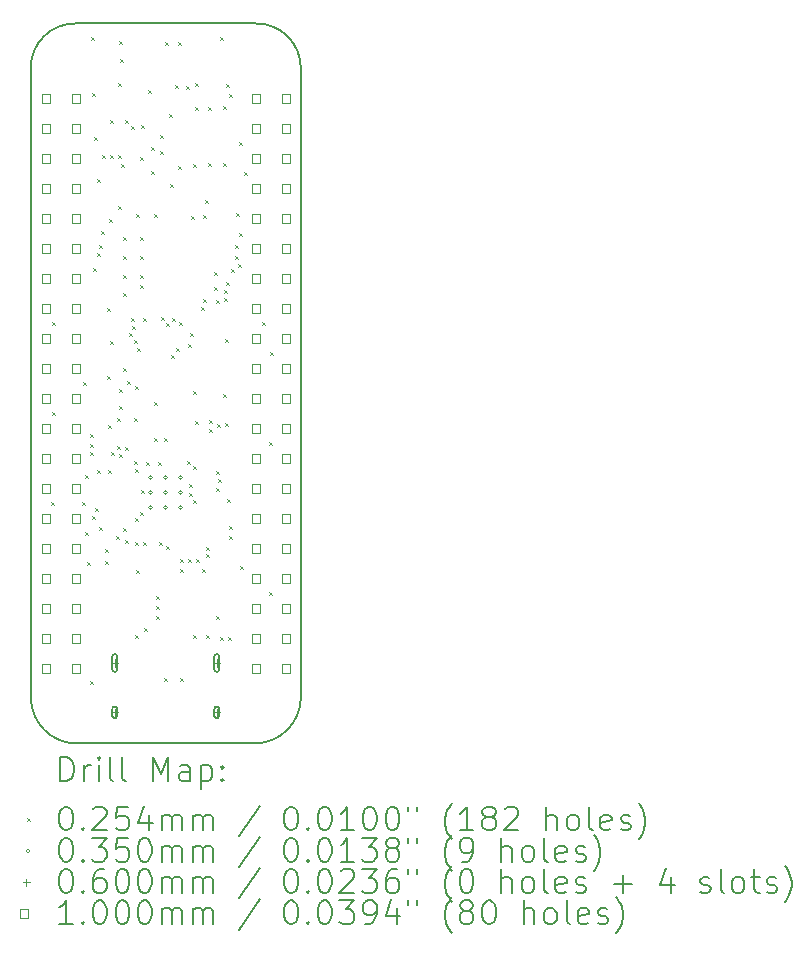
<source format=gbr>
%FSLAX45Y45*%
G04 Gerber Fmt 4.5, Leading zero omitted, Abs format (unit mm)*
G04 Created by KiCad (PCBNEW (6.0.5)) date 2022-10-28 12:11:36*
%MOMM*%
%LPD*%
G01*
G04 APERTURE LIST*
%TA.AperFunction,Profile*%
%ADD10C,0.127000*%
%TD*%
%ADD11C,0.200000*%
%ADD12C,0.025400*%
%ADD13C,0.035000*%
%ADD14C,0.060000*%
%ADD15C,0.100000*%
G04 APERTURE END LIST*
D10*
X8001000Y-13462000D02*
X6477000Y-13462000D01*
X8382000Y-7747000D02*
X8382000Y-13081000D01*
X6477000Y-7366000D02*
X8001000Y-7366000D01*
X6096000Y-13081000D02*
X6096000Y-7747000D01*
X6096000Y-13081000D02*
G75*
G03*
X6477000Y-13462000I391950J10950D01*
G01*
X6477000Y-7366000D02*
G75*
G03*
X6096000Y-7747000I-5570J-375430D01*
G01*
X8382000Y-7747000D02*
G75*
G03*
X8001000Y-7366000I-375430J5570D01*
G01*
X8001000Y-13462000D02*
G75*
G03*
X8382000Y-13081000I-10950J391950D01*
G01*
D11*
D12*
X6270829Y-11419184D02*
X6296229Y-11444584D01*
X6296229Y-11419184D02*
X6270829Y-11444584D01*
X6272099Y-9893914D02*
X6297499Y-9919314D01*
X6297499Y-9893914D02*
X6272099Y-9919314D01*
X6272292Y-10656107D02*
X6297692Y-10681507D01*
X6297692Y-10656107D02*
X6272292Y-10681507D01*
X6531372Y-11418107D02*
X6556772Y-11443507D01*
X6556772Y-11418107D02*
X6531372Y-11443507D01*
X6536452Y-10402107D02*
X6561852Y-10427507D01*
X6561852Y-10402107D02*
X6536452Y-10427507D01*
X6554232Y-11672107D02*
X6579632Y-11697507D01*
X6579632Y-11672107D02*
X6554232Y-11697507D01*
X6556822Y-11186967D02*
X6582222Y-11212367D01*
X6582222Y-11186967D02*
X6556822Y-11212367D01*
X6569472Y-11923567D02*
X6594872Y-11948967D01*
X6594872Y-11923567D02*
X6569472Y-11948967D01*
X6593840Y-12933680D02*
X6619240Y-12959080D01*
X6619240Y-12933680D02*
X6593840Y-12959080D01*
X6597462Y-10922807D02*
X6622862Y-10948207D01*
X6622862Y-10922807D02*
X6597462Y-10948207D01*
X6597462Y-10991387D02*
X6622862Y-11016787D01*
X6622862Y-10991387D02*
X6597462Y-11016787D01*
X6598920Y-10840720D02*
X6624320Y-10866120D01*
X6624320Y-10840720D02*
X6598920Y-10866120D01*
X6605032Y-7481107D02*
X6630432Y-7506507D01*
X6630432Y-7481107D02*
X6605032Y-7506507D01*
X6617732Y-7953547D02*
X6643132Y-7978947D01*
X6643132Y-7953547D02*
X6617732Y-7978947D01*
X6617732Y-11537487D02*
X6643132Y-11562887D01*
X6643132Y-11537487D02*
X6617732Y-11562887D01*
X6620272Y-9434367D02*
X6645672Y-9459767D01*
X6645672Y-9434367D02*
X6620272Y-9459767D01*
X6627892Y-8329467D02*
X6653292Y-8354867D01*
X6653292Y-8329467D02*
X6627892Y-8354867D01*
X6637783Y-11471179D02*
X6663183Y-11496579D01*
X6663183Y-11471179D02*
X6637783Y-11496579D01*
X6654800Y-11148060D02*
X6680200Y-11173460D01*
X6680200Y-11148060D02*
X6654800Y-11173460D01*
X6655832Y-9312447D02*
X6681232Y-9337847D01*
X6681232Y-9312447D02*
X6655832Y-9337847D01*
X6658372Y-8682527D02*
X6683772Y-8707927D01*
X6683772Y-8682527D02*
X6658372Y-8707927D01*
X6673612Y-9238787D02*
X6699012Y-9264187D01*
X6699012Y-9238787D02*
X6673612Y-9264187D01*
X6673612Y-11626387D02*
X6699012Y-11651787D01*
X6699012Y-11626387D02*
X6673612Y-11651787D01*
X6689395Y-9125031D02*
X6714795Y-9150431D01*
X6714795Y-9125031D02*
X6689395Y-9150431D01*
X6695440Y-8483600D02*
X6720840Y-8509000D01*
X6720840Y-8483600D02*
X6695440Y-8509000D01*
X6720840Y-11818620D02*
X6746240Y-11844020D01*
X6746240Y-11818620D02*
X6720840Y-11844020D01*
X6720840Y-11915140D02*
X6746240Y-11940540D01*
X6746240Y-11915140D02*
X6720840Y-11940540D01*
X6742191Y-10351308D02*
X6767591Y-10376708D01*
X6767591Y-10351308D02*
X6742191Y-10376708D01*
X6744732Y-9777267D02*
X6770132Y-9802667D01*
X6770132Y-9777267D02*
X6744732Y-9802667D01*
X6749762Y-10762787D02*
X6775162Y-10788187D01*
X6775162Y-10762787D02*
X6749762Y-10788187D01*
X6751320Y-11145520D02*
X6776720Y-11170920D01*
X6776720Y-11145520D02*
X6751320Y-11170920D01*
X6761480Y-9019540D02*
X6786880Y-9044940D01*
X6786880Y-9019540D02*
X6761480Y-9044940D01*
X6764020Y-8483600D02*
X6789420Y-8509000D01*
X6789420Y-8483600D02*
X6764020Y-8509000D01*
X6767592Y-10051587D02*
X6792992Y-10076987D01*
X6792992Y-10051587D02*
X6767592Y-10076987D01*
X6770132Y-8182147D02*
X6795532Y-8207547D01*
X6795532Y-8182147D02*
X6770132Y-8207547D01*
X6777606Y-10997553D02*
X6803006Y-11022953D01*
X6803006Y-10997553D02*
X6777606Y-11022953D01*
X6817360Y-11701780D02*
X6842760Y-11727180D01*
X6842760Y-11701780D02*
X6817360Y-11727180D01*
X6826012Y-10706907D02*
X6851412Y-10732307D01*
X6851412Y-10706907D02*
X6826012Y-10732307D01*
X6826808Y-10944119D02*
X6852208Y-10969519D01*
X6852208Y-10944119D02*
X6826808Y-10969519D01*
X6832600Y-8483600D02*
X6858000Y-8509000D01*
X6858000Y-8483600D02*
X6832600Y-8509000D01*
X6832600Y-8907780D02*
X6858000Y-8933180D01*
X6858000Y-8907780D02*
X6832600Y-8933180D01*
X6833632Y-7872267D02*
X6859032Y-7897667D01*
X6859032Y-7872267D02*
X6833632Y-7897667D01*
X6843792Y-7514127D02*
X6869192Y-7539527D01*
X6869192Y-7514127D02*
X6843792Y-7539527D01*
X6843792Y-10460527D02*
X6869192Y-10485927D01*
X6869192Y-10460527D02*
X6843792Y-10485927D01*
X6843792Y-11011707D02*
X6869192Y-11037107D01*
X6869192Y-11011707D02*
X6843792Y-11037107D01*
X6845300Y-10601960D02*
X6870700Y-10627360D01*
X6870700Y-10601960D02*
X6845300Y-10627360D01*
X6853952Y-7663987D02*
X6879352Y-7689387D01*
X6879352Y-7663987D02*
X6853952Y-7689387D01*
X6859032Y-8557310D02*
X6884432Y-8582710D01*
X6884432Y-8557310D02*
X6859032Y-8582710D01*
X6879352Y-9175287D02*
X6904752Y-9200687D01*
X6904752Y-9175287D02*
X6879352Y-9200687D01*
X6879352Y-9333614D02*
X6904752Y-9359014D01*
X6904752Y-9333614D02*
X6879352Y-9359014D01*
X6879352Y-9491940D02*
X6904752Y-9517340D01*
X6904752Y-9491940D02*
X6879352Y-9517340D01*
X6879352Y-9650267D02*
X6904752Y-9675667D01*
X6904752Y-9650267D02*
X6879352Y-9675667D01*
X6879352Y-10280187D02*
X6904752Y-10305587D01*
X6904752Y-10280187D02*
X6879352Y-10305587D01*
X6880860Y-11635740D02*
X6906260Y-11661140D01*
X6906260Y-11635740D02*
X6880860Y-11661140D01*
X6894592Y-10953287D02*
X6919992Y-10978687D01*
X6919992Y-10953287D02*
X6894592Y-10978687D01*
X6896050Y-11742420D02*
X6921450Y-11767820D01*
X6921450Y-11742420D02*
X6896050Y-11767820D01*
X6897132Y-8182147D02*
X6922532Y-8207547D01*
X6922532Y-8182147D02*
X6897132Y-8207547D01*
X6907292Y-10394487D02*
X6932692Y-10419887D01*
X6932692Y-10394487D02*
X6907292Y-10419887D01*
X6924040Y-9989820D02*
X6949440Y-10015220D01*
X6949440Y-9989820D02*
X6924040Y-10015220D01*
X6944360Y-9857740D02*
X6969760Y-9883140D01*
X6969760Y-9857740D02*
X6944360Y-9883140D01*
X6945392Y-8235487D02*
X6970792Y-8260887D01*
X6970792Y-8235487D02*
X6945392Y-8260887D01*
X6951980Y-9926320D02*
X6977380Y-9951720D01*
X6977380Y-9926320D02*
X6951980Y-9951720D01*
X6972350Y-11067036D02*
X6997750Y-11092436D01*
X6997750Y-11067036D02*
X6972350Y-11092436D01*
X6973332Y-10043967D02*
X6998732Y-10069367D01*
X6998732Y-10043967D02*
X6973332Y-10069367D01*
X6973772Y-10708640D02*
X6999172Y-10734040D01*
X6999172Y-10708640D02*
X6973772Y-10734040D01*
X6974569Y-11140844D02*
X6999969Y-11166244D01*
X6999969Y-11140844D02*
X6974569Y-11166244D01*
X6974840Y-11551920D02*
X7000240Y-11577320D01*
X7000240Y-11551920D02*
X6974840Y-11577320D01*
X6974840Y-11757660D02*
X7000240Y-11783060D01*
X7000240Y-11757660D02*
X6974840Y-11783060D01*
X6975872Y-10435127D02*
X7001272Y-10460527D01*
X7001272Y-10435127D02*
X6975872Y-10460527D01*
X6982460Y-12547600D02*
X7007860Y-12573000D01*
X7007860Y-12547600D02*
X6982460Y-12573000D01*
X6983492Y-8982247D02*
X7008892Y-9007647D01*
X7008892Y-8982247D02*
X6983492Y-9007647D01*
X6985000Y-11993880D02*
X7010400Y-12019280D01*
X7010400Y-11993880D02*
X6985000Y-12019280D01*
X6998732Y-10110007D02*
X7024132Y-10135407D01*
X7024132Y-10110007D02*
X6998732Y-10135407D01*
X7023100Y-8498840D02*
X7048500Y-8524240D01*
X7048500Y-8498840D02*
X7023100Y-8524240D01*
X7023100Y-11503660D02*
X7048500Y-11529060D01*
X7048500Y-11503660D02*
X7023100Y-11529060D01*
X7024132Y-9175287D02*
X7049532Y-9200687D01*
X7049532Y-9175287D02*
X7024132Y-9200687D01*
X7024132Y-9333614D02*
X7049532Y-9359014D01*
X7049532Y-9333614D02*
X7024132Y-9359014D01*
X7024132Y-9491940D02*
X7049532Y-9517340D01*
X7049532Y-9491940D02*
X7024132Y-9517340D01*
X7024132Y-9579147D02*
X7049532Y-9604547D01*
X7049532Y-9579147D02*
X7024132Y-9604547D01*
X7025640Y-11313160D02*
X7051040Y-11338560D01*
X7051040Y-11313160D02*
X7025640Y-11338560D01*
X7026672Y-8227867D02*
X7052072Y-8253267D01*
X7052072Y-8227867D02*
X7026672Y-8253267D01*
X7043420Y-11755120D02*
X7068820Y-11780520D01*
X7068820Y-11755120D02*
X7043420Y-11780520D01*
X7045960Y-9862820D02*
X7071360Y-9888220D01*
X7071360Y-9862820D02*
X7045960Y-9888220D01*
X7051040Y-12481560D02*
X7076440Y-12506960D01*
X7076440Y-12481560D02*
X7051040Y-12506960D01*
X7069364Y-11080024D02*
X7094764Y-11105424D01*
X7094764Y-11080024D02*
X7069364Y-11105424D01*
X7092712Y-7933227D02*
X7118112Y-7958627D01*
X7118112Y-7933227D02*
X7092712Y-7958627D01*
X7113032Y-8413287D02*
X7138432Y-8438687D01*
X7138432Y-8413287D02*
X7113032Y-8438687D01*
X7115572Y-8619027D02*
X7140972Y-8644427D01*
X7140972Y-8619027D02*
X7115572Y-8644427D01*
X7137400Y-10873740D02*
X7162800Y-10899140D01*
X7162800Y-10873740D02*
X7137400Y-10899140D01*
X7140972Y-8979707D02*
X7166372Y-9005107D01*
X7166372Y-8979707D02*
X7140972Y-9005107D01*
X7142480Y-10571480D02*
X7167880Y-10596880D01*
X7167880Y-10571480D02*
X7142480Y-10596880D01*
X7157720Y-12217400D02*
X7183120Y-12242800D01*
X7183120Y-12217400D02*
X7157720Y-12242800D01*
X7157720Y-12299950D02*
X7183120Y-12325350D01*
X7183120Y-12299950D02*
X7157720Y-12325350D01*
X7157720Y-12382500D02*
X7183120Y-12407900D01*
X7183120Y-12382500D02*
X7157720Y-12407900D01*
X7175988Y-11082284D02*
X7201388Y-11107684D01*
X7201388Y-11082284D02*
X7175988Y-11107684D01*
X7179093Y-11758540D02*
X7204493Y-11783940D01*
X7204493Y-11758540D02*
X7179093Y-11783940D01*
X7189232Y-8309147D02*
X7214632Y-8334547D01*
X7214632Y-8309147D02*
X7189232Y-8334547D01*
X7189232Y-8443767D02*
X7214632Y-8469167D01*
X7214632Y-8443767D02*
X7189232Y-8469167D01*
X7194620Y-9853467D02*
X7220020Y-9878867D01*
X7220020Y-9853467D02*
X7194620Y-9878867D01*
X7223760Y-10873740D02*
X7249160Y-10899140D01*
X7249160Y-10873740D02*
X7223760Y-10899140D01*
X7226300Y-12910820D02*
X7251700Y-12936220D01*
X7251700Y-12910820D02*
X7226300Y-12936220D01*
X7234952Y-7524287D02*
X7260352Y-7549687D01*
X7260352Y-7524287D02*
X7234952Y-7549687D01*
X7240290Y-9904267D02*
X7265690Y-9929667D01*
X7265690Y-9904267D02*
X7240290Y-9929667D01*
X7244080Y-11793220D02*
X7269480Y-11818620D01*
X7269480Y-11793220D02*
X7244080Y-11818620D01*
X7262892Y-8131347D02*
X7288292Y-8156747D01*
X7288292Y-8131347D02*
X7262892Y-8156747D01*
X7272550Y-8725707D02*
X7297950Y-8751107D01*
X7297950Y-8725707D02*
X7272550Y-8751107D01*
X7282668Y-10170424D02*
X7308068Y-10195824D01*
X7308068Y-10170424D02*
X7282668Y-10195824D01*
X7290290Y-9856007D02*
X7315690Y-9881407D01*
X7315690Y-9856007D02*
X7290290Y-9881407D01*
X7316232Y-7887507D02*
X7341632Y-7912907D01*
X7341632Y-7887507D02*
X7316232Y-7912907D01*
X7323852Y-10117627D02*
X7349252Y-10143027D01*
X7349252Y-10117627D02*
X7323852Y-10143027D01*
X7339092Y-7521747D02*
X7364492Y-7547147D01*
X7364492Y-7521747D02*
X7339092Y-7547147D01*
X7339092Y-8573307D02*
X7364492Y-8598707D01*
X7364492Y-8573307D02*
X7339092Y-8598707D01*
X7350770Y-9891762D02*
X7376170Y-9917162D01*
X7376170Y-9891762D02*
X7350770Y-9917162D01*
X7355840Y-12910820D02*
X7381240Y-12936220D01*
X7381240Y-12910820D02*
X7355840Y-12936220D01*
X7360920Y-11902440D02*
X7386320Y-11927840D01*
X7386320Y-11902440D02*
X7360920Y-11927840D01*
X7360920Y-11988800D02*
X7386320Y-12014200D01*
X7386320Y-11988800D02*
X7360920Y-12014200D01*
X7407672Y-7892587D02*
X7433072Y-7917987D01*
X7433072Y-7892587D02*
X7407672Y-7917987D01*
X7420372Y-11067587D02*
X7445772Y-11092987D01*
X7445772Y-11067587D02*
X7420372Y-11092987D01*
X7429500Y-11899900D02*
X7454900Y-11925300D01*
X7454900Y-11899900D02*
X7429500Y-11925300D01*
X7430532Y-10079527D02*
X7455932Y-10104927D01*
X7455932Y-10079527D02*
X7430532Y-10104927D01*
X7435612Y-11339367D02*
X7461012Y-11364767D01*
X7461012Y-11339367D02*
X7435612Y-11364767D01*
X7438152Y-11263167D02*
X7463552Y-11288567D01*
X7463552Y-11263167D02*
X7438152Y-11288567D01*
X7448312Y-9985547D02*
X7473712Y-10010947D01*
X7473712Y-9985547D02*
X7448312Y-10010947D01*
X7455932Y-8994947D02*
X7481332Y-9020347D01*
X7481332Y-8994947D02*
X7455932Y-9020347D01*
X7466092Y-11402867D02*
X7491492Y-11428267D01*
X7491492Y-11402867D02*
X7466092Y-11428267D01*
X7467600Y-8557260D02*
X7493000Y-8582660D01*
X7493000Y-8557260D02*
X7467600Y-8582660D01*
X7470140Y-10480040D02*
X7495540Y-10505440D01*
X7495540Y-10480040D02*
X7470140Y-10505440D01*
X7470140Y-12547600D02*
X7495540Y-12573000D01*
X7495540Y-12547600D02*
X7470140Y-12573000D01*
X7471172Y-11115847D02*
X7496572Y-11141247D01*
X7496572Y-11115847D02*
X7471172Y-11141247D01*
X7483872Y-7869727D02*
X7509272Y-7895127D01*
X7509272Y-7869727D02*
X7483872Y-7895127D01*
X7483872Y-8070387D02*
X7509272Y-8095787D01*
X7509272Y-8070387D02*
X7483872Y-8095787D01*
X7487736Y-10729717D02*
X7513136Y-10755117D01*
X7513136Y-10729717D02*
X7487736Y-10755117D01*
X7495540Y-11897360D02*
X7520940Y-11922760D01*
X7520940Y-11897360D02*
X7495540Y-11922760D01*
X7537212Y-9764567D02*
X7562612Y-9789967D01*
X7562612Y-9764567D02*
X7537212Y-9789967D01*
X7543800Y-11988800D02*
X7569200Y-12014200D01*
X7569200Y-11988800D02*
X7543800Y-12014200D01*
X7552452Y-8989867D02*
X7577852Y-9015267D01*
X7577852Y-8989867D02*
X7552452Y-9015267D01*
X7552452Y-9695987D02*
X7577852Y-9721387D01*
X7577852Y-9695987D02*
X7552452Y-9721387D01*
X7570232Y-8862867D02*
X7595632Y-8888267D01*
X7595632Y-8862867D02*
X7570232Y-8888267D01*
X7579360Y-12547600D02*
X7604760Y-12573000D01*
X7604760Y-12547600D02*
X7579360Y-12573000D01*
X7581900Y-11798300D02*
X7607300Y-11823700D01*
X7607300Y-11798300D02*
X7581900Y-11823700D01*
X7581900Y-11861800D02*
X7607300Y-11887200D01*
X7607300Y-11861800D02*
X7581900Y-11887200D01*
X7593092Y-8070387D02*
X7618492Y-8095787D01*
X7618492Y-8070387D02*
X7593092Y-8095787D01*
X7594600Y-8548939D02*
X7620000Y-8574339D01*
X7620000Y-8548939D02*
X7594600Y-8574339D01*
X7604067Y-10798397D02*
X7629467Y-10823797D01*
X7629467Y-10798397D02*
X7604067Y-10823797D01*
X7608332Y-10727227D02*
X7633732Y-10752627D01*
X7633732Y-10727227D02*
X7608332Y-10752627D01*
X7648922Y-9470062D02*
X7674322Y-9495462D01*
X7674322Y-9470062D02*
X7648922Y-9495462D01*
X7651512Y-9594387D02*
X7676912Y-9619787D01*
X7676912Y-9594387D02*
X7651512Y-9619787D01*
X7660147Y-9708687D02*
X7685547Y-9734087D01*
X7685547Y-9708687D02*
X7660147Y-9734087D01*
X7664212Y-11301267D02*
X7689612Y-11326667D01*
X7689612Y-11301267D02*
X7664212Y-11326667D01*
X7665720Y-12379960D02*
X7691120Y-12405360D01*
X7691120Y-12379960D02*
X7665720Y-12405360D01*
X7666752Y-11159027D02*
X7692152Y-11184427D01*
X7692152Y-11159027D02*
X7666752Y-11184427D01*
X7669292Y-10755167D02*
X7694692Y-10780567D01*
X7694692Y-10755167D02*
X7669292Y-10780567D01*
X7683500Y-11226800D02*
X7708900Y-11252200D01*
X7708900Y-11226800D02*
X7683500Y-11252200D01*
X7694692Y-7478567D02*
X7720092Y-7503967D01*
X7720092Y-7478567D02*
X7694692Y-7503967D01*
X7698740Y-12557760D02*
X7724140Y-12583160D01*
X7724140Y-12557760D02*
X7698740Y-12583160D01*
X7721600Y-10502900D02*
X7747000Y-10528300D01*
X7747000Y-10502900D02*
X7721600Y-10528300D01*
X7722088Y-8543371D02*
X7747488Y-8568771D01*
X7747488Y-8543371D02*
X7722088Y-8568771D01*
X7725172Y-8065307D02*
X7750572Y-8090707D01*
X7750572Y-8065307D02*
X7725172Y-8090707D01*
X7735332Y-9624867D02*
X7760732Y-9650267D01*
X7760732Y-9624867D02*
X7735332Y-9650267D01*
X7735332Y-9693447D02*
X7760732Y-9718847D01*
X7760732Y-9693447D02*
X7735332Y-9718847D01*
X7737034Y-10036347D02*
X7762434Y-10061747D01*
X7762434Y-10036347D02*
X7737034Y-10061747D01*
X7737034Y-10752627D02*
X7762434Y-10778027D01*
X7762434Y-10752627D02*
X7737034Y-10778027D01*
X7748032Y-7877347D02*
X7773432Y-7902747D01*
X7773432Y-7877347D02*
X7748032Y-7902747D01*
X7750572Y-9553747D02*
X7775972Y-9579147D01*
X7775972Y-9553747D02*
X7750572Y-9579147D01*
X7754620Y-11394440D02*
X7780020Y-11419840D01*
X7780020Y-11394440D02*
X7754620Y-11419840D01*
X7769860Y-12557760D02*
X7795260Y-12583160D01*
X7795260Y-12557760D02*
X7769860Y-12583160D01*
X7772400Y-11620500D02*
X7797800Y-11645900D01*
X7797800Y-11620500D02*
X7772400Y-11645900D01*
X7772400Y-11709400D02*
X7797800Y-11734800D01*
X7797800Y-11709400D02*
X7772400Y-11734800D01*
X7778512Y-7963707D02*
X7803912Y-7989107D01*
X7803912Y-7963707D02*
X7778512Y-7989107D01*
X7788672Y-9444527D02*
X7814072Y-9469927D01*
X7814072Y-9444527D02*
X7788672Y-9469927D01*
X7826772Y-9241587D02*
X7852172Y-9266987D01*
X7852172Y-9241587D02*
X7826772Y-9266987D01*
X7826772Y-9338107D02*
X7852172Y-9363507D01*
X7852172Y-9338107D02*
X7826772Y-9363507D01*
X7831900Y-8969547D02*
X7857300Y-8994947D01*
X7857300Y-8969547D02*
X7831900Y-8994947D01*
X7846362Y-9402703D02*
X7871762Y-9428103D01*
X7871762Y-9402703D02*
X7846362Y-9428103D01*
X7857252Y-8370107D02*
X7882652Y-8395507D01*
X7882652Y-8370107D02*
X7857252Y-8395507D01*
X7859792Y-9136430D02*
X7885192Y-9161830D01*
X7885192Y-9136430D02*
X7859792Y-9161830D01*
X7871159Y-11960460D02*
X7896559Y-11985860D01*
X7896559Y-11960460D02*
X7871159Y-11985860D01*
X7905512Y-8621567D02*
X7930912Y-8646967D01*
X7930912Y-8621567D02*
X7905512Y-8646967D01*
X8052832Y-9894107D02*
X8078232Y-9919507D01*
X8078232Y-9894107D02*
X8052832Y-9919507D01*
X8113792Y-10910107D02*
X8139192Y-10935507D01*
X8139192Y-10910107D02*
X8113792Y-10935507D01*
X8113792Y-12180107D02*
X8139192Y-12205507D01*
X8139192Y-12180107D02*
X8113792Y-12205507D01*
X8118872Y-10150647D02*
X8144272Y-10176047D01*
X8144272Y-10150647D02*
X8118872Y-10176047D01*
D13*
X7126460Y-11211060D02*
G75*
G03*
X7126460Y-11211060I-17500J0D01*
G01*
X7126460Y-11338560D02*
G75*
G03*
X7126460Y-11338560I-17500J0D01*
G01*
X7126460Y-11466060D02*
G75*
G03*
X7126460Y-11466060I-17500J0D01*
G01*
X7253960Y-11211060D02*
G75*
G03*
X7253960Y-11211060I-17500J0D01*
G01*
X7253960Y-11338560D02*
G75*
G03*
X7253960Y-11338560I-17500J0D01*
G01*
X7253960Y-11466060D02*
G75*
G03*
X7253960Y-11466060I-17500J0D01*
G01*
X7381460Y-11211060D02*
G75*
G03*
X7381460Y-11211060I-17500J0D01*
G01*
X7381460Y-11338560D02*
G75*
G03*
X7381460Y-11338560I-17500J0D01*
G01*
X7381460Y-11466060D02*
G75*
G03*
X7381460Y-11466060I-17500J0D01*
G01*
D14*
X6807000Y-12750700D02*
X6807000Y-12810700D01*
X6777000Y-12780700D02*
X6837000Y-12780700D01*
D11*
X6787000Y-12725700D02*
X6787000Y-12835700D01*
X6827000Y-12725700D02*
X6827000Y-12835700D01*
X6787000Y-12835700D02*
G75*
G03*
X6827000Y-12835700I20000J0D01*
G01*
X6827000Y-12725700D02*
G75*
G03*
X6787000Y-12725700I-20000J0D01*
G01*
D14*
X6807000Y-13168700D02*
X6807000Y-13228700D01*
X6777000Y-13198700D02*
X6837000Y-13198700D01*
D11*
X6787000Y-13168700D02*
X6787000Y-13228700D01*
X6827000Y-13168700D02*
X6827000Y-13228700D01*
X6787000Y-13228700D02*
G75*
G03*
X6827000Y-13228700I20000J0D01*
G01*
X6827000Y-13168700D02*
G75*
G03*
X6787000Y-13168700I-20000J0D01*
G01*
D14*
X7671000Y-12750700D02*
X7671000Y-12810700D01*
X7641000Y-12780700D02*
X7701000Y-12780700D01*
D11*
X7651000Y-12725700D02*
X7651000Y-12835700D01*
X7691000Y-12725700D02*
X7691000Y-12835700D01*
X7651000Y-12835700D02*
G75*
G03*
X7691000Y-12835700I20000J0D01*
G01*
X7691000Y-12725700D02*
G75*
G03*
X7651000Y-12725700I-20000J0D01*
G01*
D14*
X7671000Y-13168700D02*
X7671000Y-13228700D01*
X7641000Y-13198700D02*
X7701000Y-13198700D01*
D11*
X7651000Y-13168700D02*
X7651000Y-13228700D01*
X7691000Y-13168700D02*
X7691000Y-13228700D01*
X7651000Y-13228700D02*
G75*
G03*
X7691000Y-13228700I20000J0D01*
G01*
X7691000Y-13168700D02*
G75*
G03*
X7651000Y-13168700I-20000J0D01*
G01*
D15*
X6258356Y-8036356D02*
X6258356Y-7965644D01*
X6187644Y-7965644D01*
X6187644Y-8036356D01*
X6258356Y-8036356D01*
X6258356Y-8290356D02*
X6258356Y-8219644D01*
X6187644Y-8219644D01*
X6187644Y-8290356D01*
X6258356Y-8290356D01*
X6258356Y-8544356D02*
X6258356Y-8473644D01*
X6187644Y-8473644D01*
X6187644Y-8544356D01*
X6258356Y-8544356D01*
X6258356Y-8798356D02*
X6258356Y-8727644D01*
X6187644Y-8727644D01*
X6187644Y-8798356D01*
X6258356Y-8798356D01*
X6258356Y-9052356D02*
X6258356Y-8981644D01*
X6187644Y-8981644D01*
X6187644Y-9052356D01*
X6258356Y-9052356D01*
X6258356Y-9306356D02*
X6258356Y-9235644D01*
X6187644Y-9235644D01*
X6187644Y-9306356D01*
X6258356Y-9306356D01*
X6258356Y-9560356D02*
X6258356Y-9489644D01*
X6187644Y-9489644D01*
X6187644Y-9560356D01*
X6258356Y-9560356D01*
X6258356Y-9814356D02*
X6258356Y-9743644D01*
X6187644Y-9743644D01*
X6187644Y-9814356D01*
X6258356Y-9814356D01*
X6258356Y-10068356D02*
X6258356Y-9997644D01*
X6187644Y-9997644D01*
X6187644Y-10068356D01*
X6258356Y-10068356D01*
X6258356Y-10322356D02*
X6258356Y-10251644D01*
X6187644Y-10251644D01*
X6187644Y-10322356D01*
X6258356Y-10322356D01*
X6258356Y-10576356D02*
X6258356Y-10505644D01*
X6187644Y-10505644D01*
X6187644Y-10576356D01*
X6258356Y-10576356D01*
X6258356Y-10830356D02*
X6258356Y-10759644D01*
X6187644Y-10759644D01*
X6187644Y-10830356D01*
X6258356Y-10830356D01*
X6258356Y-11084356D02*
X6258356Y-11013644D01*
X6187644Y-11013644D01*
X6187644Y-11084356D01*
X6258356Y-11084356D01*
X6258356Y-11338356D02*
X6258356Y-11267644D01*
X6187644Y-11267644D01*
X6187644Y-11338356D01*
X6258356Y-11338356D01*
X6258356Y-11592356D02*
X6258356Y-11521644D01*
X6187644Y-11521644D01*
X6187644Y-11592356D01*
X6258356Y-11592356D01*
X6258356Y-11846356D02*
X6258356Y-11775644D01*
X6187644Y-11775644D01*
X6187644Y-11846356D01*
X6258356Y-11846356D01*
X6258356Y-12100356D02*
X6258356Y-12029644D01*
X6187644Y-12029644D01*
X6187644Y-12100356D01*
X6258356Y-12100356D01*
X6258356Y-12354356D02*
X6258356Y-12283644D01*
X6187644Y-12283644D01*
X6187644Y-12354356D01*
X6258356Y-12354356D01*
X6258356Y-12608356D02*
X6258356Y-12537644D01*
X6187644Y-12537644D01*
X6187644Y-12608356D01*
X6258356Y-12608356D01*
X6258356Y-12862356D02*
X6258356Y-12791644D01*
X6187644Y-12791644D01*
X6187644Y-12862356D01*
X6258356Y-12862356D01*
X6512356Y-8036356D02*
X6512356Y-7965644D01*
X6441644Y-7965644D01*
X6441644Y-8036356D01*
X6512356Y-8036356D01*
X6512356Y-8290356D02*
X6512356Y-8219644D01*
X6441644Y-8219644D01*
X6441644Y-8290356D01*
X6512356Y-8290356D01*
X6512356Y-8544356D02*
X6512356Y-8473644D01*
X6441644Y-8473644D01*
X6441644Y-8544356D01*
X6512356Y-8544356D01*
X6512356Y-8798356D02*
X6512356Y-8727644D01*
X6441644Y-8727644D01*
X6441644Y-8798356D01*
X6512356Y-8798356D01*
X6512356Y-9052356D02*
X6512356Y-8981644D01*
X6441644Y-8981644D01*
X6441644Y-9052356D01*
X6512356Y-9052356D01*
X6512356Y-9306356D02*
X6512356Y-9235644D01*
X6441644Y-9235644D01*
X6441644Y-9306356D01*
X6512356Y-9306356D01*
X6512356Y-9560356D02*
X6512356Y-9489644D01*
X6441644Y-9489644D01*
X6441644Y-9560356D01*
X6512356Y-9560356D01*
X6512356Y-9814356D02*
X6512356Y-9743644D01*
X6441644Y-9743644D01*
X6441644Y-9814356D01*
X6512356Y-9814356D01*
X6512356Y-10068356D02*
X6512356Y-9997644D01*
X6441644Y-9997644D01*
X6441644Y-10068356D01*
X6512356Y-10068356D01*
X6512356Y-10322356D02*
X6512356Y-10251644D01*
X6441644Y-10251644D01*
X6441644Y-10322356D01*
X6512356Y-10322356D01*
X6512356Y-10576356D02*
X6512356Y-10505644D01*
X6441644Y-10505644D01*
X6441644Y-10576356D01*
X6512356Y-10576356D01*
X6512356Y-10830356D02*
X6512356Y-10759644D01*
X6441644Y-10759644D01*
X6441644Y-10830356D01*
X6512356Y-10830356D01*
X6512356Y-11084356D02*
X6512356Y-11013644D01*
X6441644Y-11013644D01*
X6441644Y-11084356D01*
X6512356Y-11084356D01*
X6512356Y-11338356D02*
X6512356Y-11267644D01*
X6441644Y-11267644D01*
X6441644Y-11338356D01*
X6512356Y-11338356D01*
X6512356Y-11592356D02*
X6512356Y-11521644D01*
X6441644Y-11521644D01*
X6441644Y-11592356D01*
X6512356Y-11592356D01*
X6512356Y-11846356D02*
X6512356Y-11775644D01*
X6441644Y-11775644D01*
X6441644Y-11846356D01*
X6512356Y-11846356D01*
X6512356Y-12100356D02*
X6512356Y-12029644D01*
X6441644Y-12029644D01*
X6441644Y-12100356D01*
X6512356Y-12100356D01*
X6512356Y-12354356D02*
X6512356Y-12283644D01*
X6441644Y-12283644D01*
X6441644Y-12354356D01*
X6512356Y-12354356D01*
X6512356Y-12608356D02*
X6512356Y-12537644D01*
X6441644Y-12537644D01*
X6441644Y-12608356D01*
X6512356Y-12608356D01*
X6512356Y-12862356D02*
X6512356Y-12791644D01*
X6441644Y-12791644D01*
X6441644Y-12862356D01*
X6512356Y-12862356D01*
X8036356Y-8036356D02*
X8036356Y-7965644D01*
X7965644Y-7965644D01*
X7965644Y-8036356D01*
X8036356Y-8036356D01*
X8036356Y-8290356D02*
X8036356Y-8219644D01*
X7965644Y-8219644D01*
X7965644Y-8290356D01*
X8036356Y-8290356D01*
X8036356Y-8544356D02*
X8036356Y-8473644D01*
X7965644Y-8473644D01*
X7965644Y-8544356D01*
X8036356Y-8544356D01*
X8036356Y-8798356D02*
X8036356Y-8727644D01*
X7965644Y-8727644D01*
X7965644Y-8798356D01*
X8036356Y-8798356D01*
X8036356Y-9052356D02*
X8036356Y-8981644D01*
X7965644Y-8981644D01*
X7965644Y-9052356D01*
X8036356Y-9052356D01*
X8036356Y-9306356D02*
X8036356Y-9235644D01*
X7965644Y-9235644D01*
X7965644Y-9306356D01*
X8036356Y-9306356D01*
X8036356Y-9560356D02*
X8036356Y-9489644D01*
X7965644Y-9489644D01*
X7965644Y-9560356D01*
X8036356Y-9560356D01*
X8036356Y-9814356D02*
X8036356Y-9743644D01*
X7965644Y-9743644D01*
X7965644Y-9814356D01*
X8036356Y-9814356D01*
X8036356Y-10068356D02*
X8036356Y-9997644D01*
X7965644Y-9997644D01*
X7965644Y-10068356D01*
X8036356Y-10068356D01*
X8036356Y-10322356D02*
X8036356Y-10251644D01*
X7965644Y-10251644D01*
X7965644Y-10322356D01*
X8036356Y-10322356D01*
X8036356Y-10576356D02*
X8036356Y-10505644D01*
X7965644Y-10505644D01*
X7965644Y-10576356D01*
X8036356Y-10576356D01*
X8036356Y-10830356D02*
X8036356Y-10759644D01*
X7965644Y-10759644D01*
X7965644Y-10830356D01*
X8036356Y-10830356D01*
X8036356Y-11084356D02*
X8036356Y-11013644D01*
X7965644Y-11013644D01*
X7965644Y-11084356D01*
X8036356Y-11084356D01*
X8036356Y-11338356D02*
X8036356Y-11267644D01*
X7965644Y-11267644D01*
X7965644Y-11338356D01*
X8036356Y-11338356D01*
X8036356Y-11592356D02*
X8036356Y-11521644D01*
X7965644Y-11521644D01*
X7965644Y-11592356D01*
X8036356Y-11592356D01*
X8036356Y-11846356D02*
X8036356Y-11775644D01*
X7965644Y-11775644D01*
X7965644Y-11846356D01*
X8036356Y-11846356D01*
X8036356Y-12100356D02*
X8036356Y-12029644D01*
X7965644Y-12029644D01*
X7965644Y-12100356D01*
X8036356Y-12100356D01*
X8036356Y-12354356D02*
X8036356Y-12283644D01*
X7965644Y-12283644D01*
X7965644Y-12354356D01*
X8036356Y-12354356D01*
X8036356Y-12608356D02*
X8036356Y-12537644D01*
X7965644Y-12537644D01*
X7965644Y-12608356D01*
X8036356Y-12608356D01*
X8036356Y-12862356D02*
X8036356Y-12791644D01*
X7965644Y-12791644D01*
X7965644Y-12862356D01*
X8036356Y-12862356D01*
X8290356Y-8036356D02*
X8290356Y-7965644D01*
X8219644Y-7965644D01*
X8219644Y-8036356D01*
X8290356Y-8036356D01*
X8290356Y-8290356D02*
X8290356Y-8219644D01*
X8219644Y-8219644D01*
X8219644Y-8290356D01*
X8290356Y-8290356D01*
X8290356Y-8544356D02*
X8290356Y-8473644D01*
X8219644Y-8473644D01*
X8219644Y-8544356D01*
X8290356Y-8544356D01*
X8290356Y-8798356D02*
X8290356Y-8727644D01*
X8219644Y-8727644D01*
X8219644Y-8798356D01*
X8290356Y-8798356D01*
X8290356Y-9052356D02*
X8290356Y-8981644D01*
X8219644Y-8981644D01*
X8219644Y-9052356D01*
X8290356Y-9052356D01*
X8290356Y-9306356D02*
X8290356Y-9235644D01*
X8219644Y-9235644D01*
X8219644Y-9306356D01*
X8290356Y-9306356D01*
X8290356Y-9560356D02*
X8290356Y-9489644D01*
X8219644Y-9489644D01*
X8219644Y-9560356D01*
X8290356Y-9560356D01*
X8290356Y-9814356D02*
X8290356Y-9743644D01*
X8219644Y-9743644D01*
X8219644Y-9814356D01*
X8290356Y-9814356D01*
X8290356Y-10068356D02*
X8290356Y-9997644D01*
X8219644Y-9997644D01*
X8219644Y-10068356D01*
X8290356Y-10068356D01*
X8290356Y-10322356D02*
X8290356Y-10251644D01*
X8219644Y-10251644D01*
X8219644Y-10322356D01*
X8290356Y-10322356D01*
X8290356Y-10576356D02*
X8290356Y-10505644D01*
X8219644Y-10505644D01*
X8219644Y-10576356D01*
X8290356Y-10576356D01*
X8290356Y-10830356D02*
X8290356Y-10759644D01*
X8219644Y-10759644D01*
X8219644Y-10830356D01*
X8290356Y-10830356D01*
X8290356Y-11084356D02*
X8290356Y-11013644D01*
X8219644Y-11013644D01*
X8219644Y-11084356D01*
X8290356Y-11084356D01*
X8290356Y-11338356D02*
X8290356Y-11267644D01*
X8219644Y-11267644D01*
X8219644Y-11338356D01*
X8290356Y-11338356D01*
X8290356Y-11592356D02*
X8290356Y-11521644D01*
X8219644Y-11521644D01*
X8219644Y-11592356D01*
X8290356Y-11592356D01*
X8290356Y-11846356D02*
X8290356Y-11775644D01*
X8219644Y-11775644D01*
X8219644Y-11846356D01*
X8290356Y-11846356D01*
X8290356Y-12100356D02*
X8290356Y-12029644D01*
X8219644Y-12029644D01*
X8219644Y-12100356D01*
X8290356Y-12100356D01*
X8290356Y-12354356D02*
X8290356Y-12283644D01*
X8219644Y-12283644D01*
X8219644Y-12354356D01*
X8290356Y-12354356D01*
X8290356Y-12608356D02*
X8290356Y-12537644D01*
X8219644Y-12537644D01*
X8219644Y-12608356D01*
X8290356Y-12608356D01*
X8290356Y-12862356D02*
X8290356Y-12791644D01*
X8219644Y-12791644D01*
X8219644Y-12862356D01*
X8290356Y-12862356D01*
D11*
X6347228Y-13778826D02*
X6347228Y-13578826D01*
X6394847Y-13578826D01*
X6423418Y-13588350D01*
X6442466Y-13607398D01*
X6451990Y-13626445D01*
X6461513Y-13664540D01*
X6461513Y-13693112D01*
X6451990Y-13731207D01*
X6442466Y-13750255D01*
X6423418Y-13769302D01*
X6394847Y-13778826D01*
X6347228Y-13778826D01*
X6547228Y-13778826D02*
X6547228Y-13645493D01*
X6547228Y-13683588D02*
X6556751Y-13664540D01*
X6566275Y-13655017D01*
X6585323Y-13645493D01*
X6604371Y-13645493D01*
X6671037Y-13778826D02*
X6671037Y-13645493D01*
X6671037Y-13578826D02*
X6661513Y-13588350D01*
X6671037Y-13597874D01*
X6680561Y-13588350D01*
X6671037Y-13578826D01*
X6671037Y-13597874D01*
X6794847Y-13778826D02*
X6775799Y-13769302D01*
X6766275Y-13750255D01*
X6766275Y-13578826D01*
X6899609Y-13778826D02*
X6880561Y-13769302D01*
X6871037Y-13750255D01*
X6871037Y-13578826D01*
X7128180Y-13778826D02*
X7128180Y-13578826D01*
X7194847Y-13721683D01*
X7261513Y-13578826D01*
X7261513Y-13778826D01*
X7442466Y-13778826D02*
X7442466Y-13674064D01*
X7432942Y-13655017D01*
X7413894Y-13645493D01*
X7375799Y-13645493D01*
X7356751Y-13655017D01*
X7442466Y-13769302D02*
X7423418Y-13778826D01*
X7375799Y-13778826D01*
X7356751Y-13769302D01*
X7347228Y-13750255D01*
X7347228Y-13731207D01*
X7356751Y-13712159D01*
X7375799Y-13702636D01*
X7423418Y-13702636D01*
X7442466Y-13693112D01*
X7537704Y-13645493D02*
X7537704Y-13845493D01*
X7537704Y-13655017D02*
X7556751Y-13645493D01*
X7594847Y-13645493D01*
X7613894Y-13655017D01*
X7623418Y-13664540D01*
X7632942Y-13683588D01*
X7632942Y-13740731D01*
X7623418Y-13759778D01*
X7613894Y-13769302D01*
X7594847Y-13778826D01*
X7556751Y-13778826D01*
X7537704Y-13769302D01*
X7718656Y-13759778D02*
X7728180Y-13769302D01*
X7718656Y-13778826D01*
X7709132Y-13769302D01*
X7718656Y-13759778D01*
X7718656Y-13778826D01*
X7718656Y-13655017D02*
X7728180Y-13664540D01*
X7718656Y-13674064D01*
X7709132Y-13664540D01*
X7718656Y-13655017D01*
X7718656Y-13674064D01*
D12*
X6064209Y-14095650D02*
X6089609Y-14121050D01*
X6089609Y-14095650D02*
X6064209Y-14121050D01*
D11*
X6385323Y-13998826D02*
X6404371Y-13998826D01*
X6423418Y-14008350D01*
X6432942Y-14017874D01*
X6442466Y-14036921D01*
X6451990Y-14075017D01*
X6451990Y-14122636D01*
X6442466Y-14160731D01*
X6432942Y-14179778D01*
X6423418Y-14189302D01*
X6404371Y-14198826D01*
X6385323Y-14198826D01*
X6366275Y-14189302D01*
X6356751Y-14179778D01*
X6347228Y-14160731D01*
X6337704Y-14122636D01*
X6337704Y-14075017D01*
X6347228Y-14036921D01*
X6356751Y-14017874D01*
X6366275Y-14008350D01*
X6385323Y-13998826D01*
X6537704Y-14179778D02*
X6547228Y-14189302D01*
X6537704Y-14198826D01*
X6528180Y-14189302D01*
X6537704Y-14179778D01*
X6537704Y-14198826D01*
X6623418Y-14017874D02*
X6632942Y-14008350D01*
X6651990Y-13998826D01*
X6699609Y-13998826D01*
X6718656Y-14008350D01*
X6728180Y-14017874D01*
X6737704Y-14036921D01*
X6737704Y-14055969D01*
X6728180Y-14084540D01*
X6613894Y-14198826D01*
X6737704Y-14198826D01*
X6918656Y-13998826D02*
X6823418Y-13998826D01*
X6813894Y-14094064D01*
X6823418Y-14084540D01*
X6842466Y-14075017D01*
X6890085Y-14075017D01*
X6909132Y-14084540D01*
X6918656Y-14094064D01*
X6928180Y-14113112D01*
X6928180Y-14160731D01*
X6918656Y-14179778D01*
X6909132Y-14189302D01*
X6890085Y-14198826D01*
X6842466Y-14198826D01*
X6823418Y-14189302D01*
X6813894Y-14179778D01*
X7099609Y-14065493D02*
X7099609Y-14198826D01*
X7051990Y-13989302D02*
X7004371Y-14132159D01*
X7128180Y-14132159D01*
X7204371Y-14198826D02*
X7204371Y-14065493D01*
X7204371Y-14084540D02*
X7213894Y-14075017D01*
X7232942Y-14065493D01*
X7261513Y-14065493D01*
X7280561Y-14075017D01*
X7290085Y-14094064D01*
X7290085Y-14198826D01*
X7290085Y-14094064D02*
X7299609Y-14075017D01*
X7318656Y-14065493D01*
X7347228Y-14065493D01*
X7366275Y-14075017D01*
X7375799Y-14094064D01*
X7375799Y-14198826D01*
X7471037Y-14198826D02*
X7471037Y-14065493D01*
X7471037Y-14084540D02*
X7480561Y-14075017D01*
X7499609Y-14065493D01*
X7528180Y-14065493D01*
X7547228Y-14075017D01*
X7556751Y-14094064D01*
X7556751Y-14198826D01*
X7556751Y-14094064D02*
X7566275Y-14075017D01*
X7585323Y-14065493D01*
X7613894Y-14065493D01*
X7632942Y-14075017D01*
X7642466Y-14094064D01*
X7642466Y-14198826D01*
X8032942Y-13989302D02*
X7861513Y-14246445D01*
X8290085Y-13998826D02*
X8309132Y-13998826D01*
X8328180Y-14008350D01*
X8337704Y-14017874D01*
X8347228Y-14036921D01*
X8356751Y-14075017D01*
X8356751Y-14122636D01*
X8347228Y-14160731D01*
X8337704Y-14179778D01*
X8328180Y-14189302D01*
X8309132Y-14198826D01*
X8290085Y-14198826D01*
X8271037Y-14189302D01*
X8261513Y-14179778D01*
X8251990Y-14160731D01*
X8242466Y-14122636D01*
X8242466Y-14075017D01*
X8251990Y-14036921D01*
X8261513Y-14017874D01*
X8271037Y-14008350D01*
X8290085Y-13998826D01*
X8442466Y-14179778D02*
X8451990Y-14189302D01*
X8442466Y-14198826D01*
X8432942Y-14189302D01*
X8442466Y-14179778D01*
X8442466Y-14198826D01*
X8575799Y-13998826D02*
X8594847Y-13998826D01*
X8613894Y-14008350D01*
X8623418Y-14017874D01*
X8632942Y-14036921D01*
X8642466Y-14075017D01*
X8642466Y-14122636D01*
X8632942Y-14160731D01*
X8623418Y-14179778D01*
X8613894Y-14189302D01*
X8594847Y-14198826D01*
X8575799Y-14198826D01*
X8556752Y-14189302D01*
X8547228Y-14179778D01*
X8537704Y-14160731D01*
X8528180Y-14122636D01*
X8528180Y-14075017D01*
X8537704Y-14036921D01*
X8547228Y-14017874D01*
X8556752Y-14008350D01*
X8575799Y-13998826D01*
X8832942Y-14198826D02*
X8718656Y-14198826D01*
X8775799Y-14198826D02*
X8775799Y-13998826D01*
X8756752Y-14027398D01*
X8737704Y-14046445D01*
X8718656Y-14055969D01*
X8956752Y-13998826D02*
X8975799Y-13998826D01*
X8994847Y-14008350D01*
X9004371Y-14017874D01*
X9013894Y-14036921D01*
X9023418Y-14075017D01*
X9023418Y-14122636D01*
X9013894Y-14160731D01*
X9004371Y-14179778D01*
X8994847Y-14189302D01*
X8975799Y-14198826D01*
X8956752Y-14198826D01*
X8937704Y-14189302D01*
X8928180Y-14179778D01*
X8918656Y-14160731D01*
X8909133Y-14122636D01*
X8909133Y-14075017D01*
X8918656Y-14036921D01*
X8928180Y-14017874D01*
X8937704Y-14008350D01*
X8956752Y-13998826D01*
X9147228Y-13998826D02*
X9166275Y-13998826D01*
X9185323Y-14008350D01*
X9194847Y-14017874D01*
X9204371Y-14036921D01*
X9213894Y-14075017D01*
X9213894Y-14122636D01*
X9204371Y-14160731D01*
X9194847Y-14179778D01*
X9185323Y-14189302D01*
X9166275Y-14198826D01*
X9147228Y-14198826D01*
X9128180Y-14189302D01*
X9118656Y-14179778D01*
X9109133Y-14160731D01*
X9099609Y-14122636D01*
X9099609Y-14075017D01*
X9109133Y-14036921D01*
X9118656Y-14017874D01*
X9128180Y-14008350D01*
X9147228Y-13998826D01*
X9290085Y-13998826D02*
X9290085Y-14036921D01*
X9366275Y-13998826D02*
X9366275Y-14036921D01*
X9661513Y-14275017D02*
X9651990Y-14265493D01*
X9632942Y-14236921D01*
X9623418Y-14217874D01*
X9613894Y-14189302D01*
X9604371Y-14141683D01*
X9604371Y-14103588D01*
X9613894Y-14055969D01*
X9623418Y-14027398D01*
X9632942Y-14008350D01*
X9651990Y-13979778D01*
X9661513Y-13970255D01*
X9842466Y-14198826D02*
X9728180Y-14198826D01*
X9785323Y-14198826D02*
X9785323Y-13998826D01*
X9766275Y-14027398D01*
X9747228Y-14046445D01*
X9728180Y-14055969D01*
X9956752Y-14084540D02*
X9937704Y-14075017D01*
X9928180Y-14065493D01*
X9918656Y-14046445D01*
X9918656Y-14036921D01*
X9928180Y-14017874D01*
X9937704Y-14008350D01*
X9956752Y-13998826D01*
X9994847Y-13998826D01*
X10013894Y-14008350D01*
X10023418Y-14017874D01*
X10032942Y-14036921D01*
X10032942Y-14046445D01*
X10023418Y-14065493D01*
X10013894Y-14075017D01*
X9994847Y-14084540D01*
X9956752Y-14084540D01*
X9937704Y-14094064D01*
X9928180Y-14103588D01*
X9918656Y-14122636D01*
X9918656Y-14160731D01*
X9928180Y-14179778D01*
X9937704Y-14189302D01*
X9956752Y-14198826D01*
X9994847Y-14198826D01*
X10013894Y-14189302D01*
X10023418Y-14179778D01*
X10032942Y-14160731D01*
X10032942Y-14122636D01*
X10023418Y-14103588D01*
X10013894Y-14094064D01*
X9994847Y-14084540D01*
X10109133Y-14017874D02*
X10118656Y-14008350D01*
X10137704Y-13998826D01*
X10185323Y-13998826D01*
X10204371Y-14008350D01*
X10213894Y-14017874D01*
X10223418Y-14036921D01*
X10223418Y-14055969D01*
X10213894Y-14084540D01*
X10099609Y-14198826D01*
X10223418Y-14198826D01*
X10461513Y-14198826D02*
X10461513Y-13998826D01*
X10547228Y-14198826D02*
X10547228Y-14094064D01*
X10537704Y-14075017D01*
X10518656Y-14065493D01*
X10490085Y-14065493D01*
X10471037Y-14075017D01*
X10461513Y-14084540D01*
X10671037Y-14198826D02*
X10651990Y-14189302D01*
X10642466Y-14179778D01*
X10632942Y-14160731D01*
X10632942Y-14103588D01*
X10642466Y-14084540D01*
X10651990Y-14075017D01*
X10671037Y-14065493D01*
X10699609Y-14065493D01*
X10718656Y-14075017D01*
X10728180Y-14084540D01*
X10737704Y-14103588D01*
X10737704Y-14160731D01*
X10728180Y-14179778D01*
X10718656Y-14189302D01*
X10699609Y-14198826D01*
X10671037Y-14198826D01*
X10851990Y-14198826D02*
X10832942Y-14189302D01*
X10823418Y-14170255D01*
X10823418Y-13998826D01*
X11004371Y-14189302D02*
X10985323Y-14198826D01*
X10947228Y-14198826D01*
X10928180Y-14189302D01*
X10918656Y-14170255D01*
X10918656Y-14094064D01*
X10928180Y-14075017D01*
X10947228Y-14065493D01*
X10985323Y-14065493D01*
X11004371Y-14075017D01*
X11013894Y-14094064D01*
X11013894Y-14113112D01*
X10918656Y-14132159D01*
X11090085Y-14189302D02*
X11109133Y-14198826D01*
X11147228Y-14198826D01*
X11166275Y-14189302D01*
X11175799Y-14170255D01*
X11175799Y-14160731D01*
X11166275Y-14141683D01*
X11147228Y-14132159D01*
X11118656Y-14132159D01*
X11099609Y-14122636D01*
X11090085Y-14103588D01*
X11090085Y-14094064D01*
X11099609Y-14075017D01*
X11118656Y-14065493D01*
X11147228Y-14065493D01*
X11166275Y-14075017D01*
X11242466Y-14275017D02*
X11251990Y-14265493D01*
X11271037Y-14236921D01*
X11280561Y-14217874D01*
X11290085Y-14189302D01*
X11299609Y-14141683D01*
X11299609Y-14103588D01*
X11290085Y-14055969D01*
X11280561Y-14027398D01*
X11271037Y-14008350D01*
X11251990Y-13979778D01*
X11242466Y-13970255D01*
D13*
X6089609Y-14372350D02*
G75*
G03*
X6089609Y-14372350I-17500J0D01*
G01*
D11*
X6385323Y-14262826D02*
X6404371Y-14262826D01*
X6423418Y-14272350D01*
X6432942Y-14281874D01*
X6442466Y-14300921D01*
X6451990Y-14339017D01*
X6451990Y-14386636D01*
X6442466Y-14424731D01*
X6432942Y-14443778D01*
X6423418Y-14453302D01*
X6404371Y-14462826D01*
X6385323Y-14462826D01*
X6366275Y-14453302D01*
X6356751Y-14443778D01*
X6347228Y-14424731D01*
X6337704Y-14386636D01*
X6337704Y-14339017D01*
X6347228Y-14300921D01*
X6356751Y-14281874D01*
X6366275Y-14272350D01*
X6385323Y-14262826D01*
X6537704Y-14443778D02*
X6547228Y-14453302D01*
X6537704Y-14462826D01*
X6528180Y-14453302D01*
X6537704Y-14443778D01*
X6537704Y-14462826D01*
X6613894Y-14262826D02*
X6737704Y-14262826D01*
X6671037Y-14339017D01*
X6699609Y-14339017D01*
X6718656Y-14348540D01*
X6728180Y-14358064D01*
X6737704Y-14377112D01*
X6737704Y-14424731D01*
X6728180Y-14443778D01*
X6718656Y-14453302D01*
X6699609Y-14462826D01*
X6642466Y-14462826D01*
X6623418Y-14453302D01*
X6613894Y-14443778D01*
X6918656Y-14262826D02*
X6823418Y-14262826D01*
X6813894Y-14358064D01*
X6823418Y-14348540D01*
X6842466Y-14339017D01*
X6890085Y-14339017D01*
X6909132Y-14348540D01*
X6918656Y-14358064D01*
X6928180Y-14377112D01*
X6928180Y-14424731D01*
X6918656Y-14443778D01*
X6909132Y-14453302D01*
X6890085Y-14462826D01*
X6842466Y-14462826D01*
X6823418Y-14453302D01*
X6813894Y-14443778D01*
X7051990Y-14262826D02*
X7071037Y-14262826D01*
X7090085Y-14272350D01*
X7099609Y-14281874D01*
X7109132Y-14300921D01*
X7118656Y-14339017D01*
X7118656Y-14386636D01*
X7109132Y-14424731D01*
X7099609Y-14443778D01*
X7090085Y-14453302D01*
X7071037Y-14462826D01*
X7051990Y-14462826D01*
X7032942Y-14453302D01*
X7023418Y-14443778D01*
X7013894Y-14424731D01*
X7004371Y-14386636D01*
X7004371Y-14339017D01*
X7013894Y-14300921D01*
X7023418Y-14281874D01*
X7032942Y-14272350D01*
X7051990Y-14262826D01*
X7204371Y-14462826D02*
X7204371Y-14329493D01*
X7204371Y-14348540D02*
X7213894Y-14339017D01*
X7232942Y-14329493D01*
X7261513Y-14329493D01*
X7280561Y-14339017D01*
X7290085Y-14358064D01*
X7290085Y-14462826D01*
X7290085Y-14358064D02*
X7299609Y-14339017D01*
X7318656Y-14329493D01*
X7347228Y-14329493D01*
X7366275Y-14339017D01*
X7375799Y-14358064D01*
X7375799Y-14462826D01*
X7471037Y-14462826D02*
X7471037Y-14329493D01*
X7471037Y-14348540D02*
X7480561Y-14339017D01*
X7499609Y-14329493D01*
X7528180Y-14329493D01*
X7547228Y-14339017D01*
X7556751Y-14358064D01*
X7556751Y-14462826D01*
X7556751Y-14358064D02*
X7566275Y-14339017D01*
X7585323Y-14329493D01*
X7613894Y-14329493D01*
X7632942Y-14339017D01*
X7642466Y-14358064D01*
X7642466Y-14462826D01*
X8032942Y-14253302D02*
X7861513Y-14510445D01*
X8290085Y-14262826D02*
X8309132Y-14262826D01*
X8328180Y-14272350D01*
X8337704Y-14281874D01*
X8347228Y-14300921D01*
X8356751Y-14339017D01*
X8356751Y-14386636D01*
X8347228Y-14424731D01*
X8337704Y-14443778D01*
X8328180Y-14453302D01*
X8309132Y-14462826D01*
X8290085Y-14462826D01*
X8271037Y-14453302D01*
X8261513Y-14443778D01*
X8251990Y-14424731D01*
X8242466Y-14386636D01*
X8242466Y-14339017D01*
X8251990Y-14300921D01*
X8261513Y-14281874D01*
X8271037Y-14272350D01*
X8290085Y-14262826D01*
X8442466Y-14443778D02*
X8451990Y-14453302D01*
X8442466Y-14462826D01*
X8432942Y-14453302D01*
X8442466Y-14443778D01*
X8442466Y-14462826D01*
X8575799Y-14262826D02*
X8594847Y-14262826D01*
X8613894Y-14272350D01*
X8623418Y-14281874D01*
X8632942Y-14300921D01*
X8642466Y-14339017D01*
X8642466Y-14386636D01*
X8632942Y-14424731D01*
X8623418Y-14443778D01*
X8613894Y-14453302D01*
X8594847Y-14462826D01*
X8575799Y-14462826D01*
X8556752Y-14453302D01*
X8547228Y-14443778D01*
X8537704Y-14424731D01*
X8528180Y-14386636D01*
X8528180Y-14339017D01*
X8537704Y-14300921D01*
X8547228Y-14281874D01*
X8556752Y-14272350D01*
X8575799Y-14262826D01*
X8832942Y-14462826D02*
X8718656Y-14462826D01*
X8775799Y-14462826D02*
X8775799Y-14262826D01*
X8756752Y-14291398D01*
X8737704Y-14310445D01*
X8718656Y-14319969D01*
X8899609Y-14262826D02*
X9023418Y-14262826D01*
X8956752Y-14339017D01*
X8985323Y-14339017D01*
X9004371Y-14348540D01*
X9013894Y-14358064D01*
X9023418Y-14377112D01*
X9023418Y-14424731D01*
X9013894Y-14443778D01*
X9004371Y-14453302D01*
X8985323Y-14462826D01*
X8928180Y-14462826D01*
X8909133Y-14453302D01*
X8899609Y-14443778D01*
X9137704Y-14348540D02*
X9118656Y-14339017D01*
X9109133Y-14329493D01*
X9099609Y-14310445D01*
X9099609Y-14300921D01*
X9109133Y-14281874D01*
X9118656Y-14272350D01*
X9137704Y-14262826D01*
X9175799Y-14262826D01*
X9194847Y-14272350D01*
X9204371Y-14281874D01*
X9213894Y-14300921D01*
X9213894Y-14310445D01*
X9204371Y-14329493D01*
X9194847Y-14339017D01*
X9175799Y-14348540D01*
X9137704Y-14348540D01*
X9118656Y-14358064D01*
X9109133Y-14367588D01*
X9099609Y-14386636D01*
X9099609Y-14424731D01*
X9109133Y-14443778D01*
X9118656Y-14453302D01*
X9137704Y-14462826D01*
X9175799Y-14462826D01*
X9194847Y-14453302D01*
X9204371Y-14443778D01*
X9213894Y-14424731D01*
X9213894Y-14386636D01*
X9204371Y-14367588D01*
X9194847Y-14358064D01*
X9175799Y-14348540D01*
X9290085Y-14262826D02*
X9290085Y-14300921D01*
X9366275Y-14262826D02*
X9366275Y-14300921D01*
X9661513Y-14539017D02*
X9651990Y-14529493D01*
X9632942Y-14500921D01*
X9623418Y-14481874D01*
X9613894Y-14453302D01*
X9604371Y-14405683D01*
X9604371Y-14367588D01*
X9613894Y-14319969D01*
X9623418Y-14291398D01*
X9632942Y-14272350D01*
X9651990Y-14243778D01*
X9661513Y-14234255D01*
X9747228Y-14462826D02*
X9785323Y-14462826D01*
X9804371Y-14453302D01*
X9813894Y-14443778D01*
X9832942Y-14415207D01*
X9842466Y-14377112D01*
X9842466Y-14300921D01*
X9832942Y-14281874D01*
X9823418Y-14272350D01*
X9804371Y-14262826D01*
X9766275Y-14262826D01*
X9747228Y-14272350D01*
X9737704Y-14281874D01*
X9728180Y-14300921D01*
X9728180Y-14348540D01*
X9737704Y-14367588D01*
X9747228Y-14377112D01*
X9766275Y-14386636D01*
X9804371Y-14386636D01*
X9823418Y-14377112D01*
X9832942Y-14367588D01*
X9842466Y-14348540D01*
X10080561Y-14462826D02*
X10080561Y-14262826D01*
X10166275Y-14462826D02*
X10166275Y-14358064D01*
X10156752Y-14339017D01*
X10137704Y-14329493D01*
X10109133Y-14329493D01*
X10090085Y-14339017D01*
X10080561Y-14348540D01*
X10290085Y-14462826D02*
X10271037Y-14453302D01*
X10261513Y-14443778D01*
X10251990Y-14424731D01*
X10251990Y-14367588D01*
X10261513Y-14348540D01*
X10271037Y-14339017D01*
X10290085Y-14329493D01*
X10318656Y-14329493D01*
X10337704Y-14339017D01*
X10347228Y-14348540D01*
X10356752Y-14367588D01*
X10356752Y-14424731D01*
X10347228Y-14443778D01*
X10337704Y-14453302D01*
X10318656Y-14462826D01*
X10290085Y-14462826D01*
X10471037Y-14462826D02*
X10451990Y-14453302D01*
X10442466Y-14434255D01*
X10442466Y-14262826D01*
X10623418Y-14453302D02*
X10604371Y-14462826D01*
X10566275Y-14462826D01*
X10547228Y-14453302D01*
X10537704Y-14434255D01*
X10537704Y-14358064D01*
X10547228Y-14339017D01*
X10566275Y-14329493D01*
X10604371Y-14329493D01*
X10623418Y-14339017D01*
X10632942Y-14358064D01*
X10632942Y-14377112D01*
X10537704Y-14396159D01*
X10709133Y-14453302D02*
X10728180Y-14462826D01*
X10766275Y-14462826D01*
X10785323Y-14453302D01*
X10794847Y-14434255D01*
X10794847Y-14424731D01*
X10785323Y-14405683D01*
X10766275Y-14396159D01*
X10737704Y-14396159D01*
X10718656Y-14386636D01*
X10709133Y-14367588D01*
X10709133Y-14358064D01*
X10718656Y-14339017D01*
X10737704Y-14329493D01*
X10766275Y-14329493D01*
X10785323Y-14339017D01*
X10861513Y-14539017D02*
X10871037Y-14529493D01*
X10890085Y-14500921D01*
X10899609Y-14481874D01*
X10909133Y-14453302D01*
X10918656Y-14405683D01*
X10918656Y-14367588D01*
X10909133Y-14319969D01*
X10899609Y-14291398D01*
X10890085Y-14272350D01*
X10871037Y-14243778D01*
X10861513Y-14234255D01*
D14*
X6059609Y-14606350D02*
X6059609Y-14666350D01*
X6029609Y-14636350D02*
X6089609Y-14636350D01*
D11*
X6385323Y-14526826D02*
X6404371Y-14526826D01*
X6423418Y-14536350D01*
X6432942Y-14545874D01*
X6442466Y-14564921D01*
X6451990Y-14603017D01*
X6451990Y-14650636D01*
X6442466Y-14688731D01*
X6432942Y-14707778D01*
X6423418Y-14717302D01*
X6404371Y-14726826D01*
X6385323Y-14726826D01*
X6366275Y-14717302D01*
X6356751Y-14707778D01*
X6347228Y-14688731D01*
X6337704Y-14650636D01*
X6337704Y-14603017D01*
X6347228Y-14564921D01*
X6356751Y-14545874D01*
X6366275Y-14536350D01*
X6385323Y-14526826D01*
X6537704Y-14707778D02*
X6547228Y-14717302D01*
X6537704Y-14726826D01*
X6528180Y-14717302D01*
X6537704Y-14707778D01*
X6537704Y-14726826D01*
X6718656Y-14526826D02*
X6680561Y-14526826D01*
X6661513Y-14536350D01*
X6651990Y-14545874D01*
X6632942Y-14574445D01*
X6623418Y-14612540D01*
X6623418Y-14688731D01*
X6632942Y-14707778D01*
X6642466Y-14717302D01*
X6661513Y-14726826D01*
X6699609Y-14726826D01*
X6718656Y-14717302D01*
X6728180Y-14707778D01*
X6737704Y-14688731D01*
X6737704Y-14641112D01*
X6728180Y-14622064D01*
X6718656Y-14612540D01*
X6699609Y-14603017D01*
X6661513Y-14603017D01*
X6642466Y-14612540D01*
X6632942Y-14622064D01*
X6623418Y-14641112D01*
X6861513Y-14526826D02*
X6880561Y-14526826D01*
X6899609Y-14536350D01*
X6909132Y-14545874D01*
X6918656Y-14564921D01*
X6928180Y-14603017D01*
X6928180Y-14650636D01*
X6918656Y-14688731D01*
X6909132Y-14707778D01*
X6899609Y-14717302D01*
X6880561Y-14726826D01*
X6861513Y-14726826D01*
X6842466Y-14717302D01*
X6832942Y-14707778D01*
X6823418Y-14688731D01*
X6813894Y-14650636D01*
X6813894Y-14603017D01*
X6823418Y-14564921D01*
X6832942Y-14545874D01*
X6842466Y-14536350D01*
X6861513Y-14526826D01*
X7051990Y-14526826D02*
X7071037Y-14526826D01*
X7090085Y-14536350D01*
X7099609Y-14545874D01*
X7109132Y-14564921D01*
X7118656Y-14603017D01*
X7118656Y-14650636D01*
X7109132Y-14688731D01*
X7099609Y-14707778D01*
X7090085Y-14717302D01*
X7071037Y-14726826D01*
X7051990Y-14726826D01*
X7032942Y-14717302D01*
X7023418Y-14707778D01*
X7013894Y-14688731D01*
X7004371Y-14650636D01*
X7004371Y-14603017D01*
X7013894Y-14564921D01*
X7023418Y-14545874D01*
X7032942Y-14536350D01*
X7051990Y-14526826D01*
X7204371Y-14726826D02*
X7204371Y-14593493D01*
X7204371Y-14612540D02*
X7213894Y-14603017D01*
X7232942Y-14593493D01*
X7261513Y-14593493D01*
X7280561Y-14603017D01*
X7290085Y-14622064D01*
X7290085Y-14726826D01*
X7290085Y-14622064D02*
X7299609Y-14603017D01*
X7318656Y-14593493D01*
X7347228Y-14593493D01*
X7366275Y-14603017D01*
X7375799Y-14622064D01*
X7375799Y-14726826D01*
X7471037Y-14726826D02*
X7471037Y-14593493D01*
X7471037Y-14612540D02*
X7480561Y-14603017D01*
X7499609Y-14593493D01*
X7528180Y-14593493D01*
X7547228Y-14603017D01*
X7556751Y-14622064D01*
X7556751Y-14726826D01*
X7556751Y-14622064D02*
X7566275Y-14603017D01*
X7585323Y-14593493D01*
X7613894Y-14593493D01*
X7632942Y-14603017D01*
X7642466Y-14622064D01*
X7642466Y-14726826D01*
X8032942Y-14517302D02*
X7861513Y-14774445D01*
X8290085Y-14526826D02*
X8309132Y-14526826D01*
X8328180Y-14536350D01*
X8337704Y-14545874D01*
X8347228Y-14564921D01*
X8356751Y-14603017D01*
X8356751Y-14650636D01*
X8347228Y-14688731D01*
X8337704Y-14707778D01*
X8328180Y-14717302D01*
X8309132Y-14726826D01*
X8290085Y-14726826D01*
X8271037Y-14717302D01*
X8261513Y-14707778D01*
X8251990Y-14688731D01*
X8242466Y-14650636D01*
X8242466Y-14603017D01*
X8251990Y-14564921D01*
X8261513Y-14545874D01*
X8271037Y-14536350D01*
X8290085Y-14526826D01*
X8442466Y-14707778D02*
X8451990Y-14717302D01*
X8442466Y-14726826D01*
X8432942Y-14717302D01*
X8442466Y-14707778D01*
X8442466Y-14726826D01*
X8575799Y-14526826D02*
X8594847Y-14526826D01*
X8613894Y-14536350D01*
X8623418Y-14545874D01*
X8632942Y-14564921D01*
X8642466Y-14603017D01*
X8642466Y-14650636D01*
X8632942Y-14688731D01*
X8623418Y-14707778D01*
X8613894Y-14717302D01*
X8594847Y-14726826D01*
X8575799Y-14726826D01*
X8556752Y-14717302D01*
X8547228Y-14707778D01*
X8537704Y-14688731D01*
X8528180Y-14650636D01*
X8528180Y-14603017D01*
X8537704Y-14564921D01*
X8547228Y-14545874D01*
X8556752Y-14536350D01*
X8575799Y-14526826D01*
X8718656Y-14545874D02*
X8728180Y-14536350D01*
X8747228Y-14526826D01*
X8794847Y-14526826D01*
X8813894Y-14536350D01*
X8823418Y-14545874D01*
X8832942Y-14564921D01*
X8832942Y-14583969D01*
X8823418Y-14612540D01*
X8709133Y-14726826D01*
X8832942Y-14726826D01*
X8899609Y-14526826D02*
X9023418Y-14526826D01*
X8956752Y-14603017D01*
X8985323Y-14603017D01*
X9004371Y-14612540D01*
X9013894Y-14622064D01*
X9023418Y-14641112D01*
X9023418Y-14688731D01*
X9013894Y-14707778D01*
X9004371Y-14717302D01*
X8985323Y-14726826D01*
X8928180Y-14726826D01*
X8909133Y-14717302D01*
X8899609Y-14707778D01*
X9194847Y-14526826D02*
X9156752Y-14526826D01*
X9137704Y-14536350D01*
X9128180Y-14545874D01*
X9109133Y-14574445D01*
X9099609Y-14612540D01*
X9099609Y-14688731D01*
X9109133Y-14707778D01*
X9118656Y-14717302D01*
X9137704Y-14726826D01*
X9175799Y-14726826D01*
X9194847Y-14717302D01*
X9204371Y-14707778D01*
X9213894Y-14688731D01*
X9213894Y-14641112D01*
X9204371Y-14622064D01*
X9194847Y-14612540D01*
X9175799Y-14603017D01*
X9137704Y-14603017D01*
X9118656Y-14612540D01*
X9109133Y-14622064D01*
X9099609Y-14641112D01*
X9290085Y-14526826D02*
X9290085Y-14564921D01*
X9366275Y-14526826D02*
X9366275Y-14564921D01*
X9661513Y-14803017D02*
X9651990Y-14793493D01*
X9632942Y-14764921D01*
X9623418Y-14745874D01*
X9613894Y-14717302D01*
X9604371Y-14669683D01*
X9604371Y-14631588D01*
X9613894Y-14583969D01*
X9623418Y-14555398D01*
X9632942Y-14536350D01*
X9651990Y-14507778D01*
X9661513Y-14498255D01*
X9775799Y-14526826D02*
X9794847Y-14526826D01*
X9813894Y-14536350D01*
X9823418Y-14545874D01*
X9832942Y-14564921D01*
X9842466Y-14603017D01*
X9842466Y-14650636D01*
X9832942Y-14688731D01*
X9823418Y-14707778D01*
X9813894Y-14717302D01*
X9794847Y-14726826D01*
X9775799Y-14726826D01*
X9756752Y-14717302D01*
X9747228Y-14707778D01*
X9737704Y-14688731D01*
X9728180Y-14650636D01*
X9728180Y-14603017D01*
X9737704Y-14564921D01*
X9747228Y-14545874D01*
X9756752Y-14536350D01*
X9775799Y-14526826D01*
X10080561Y-14726826D02*
X10080561Y-14526826D01*
X10166275Y-14726826D02*
X10166275Y-14622064D01*
X10156752Y-14603017D01*
X10137704Y-14593493D01*
X10109133Y-14593493D01*
X10090085Y-14603017D01*
X10080561Y-14612540D01*
X10290085Y-14726826D02*
X10271037Y-14717302D01*
X10261513Y-14707778D01*
X10251990Y-14688731D01*
X10251990Y-14631588D01*
X10261513Y-14612540D01*
X10271037Y-14603017D01*
X10290085Y-14593493D01*
X10318656Y-14593493D01*
X10337704Y-14603017D01*
X10347228Y-14612540D01*
X10356752Y-14631588D01*
X10356752Y-14688731D01*
X10347228Y-14707778D01*
X10337704Y-14717302D01*
X10318656Y-14726826D01*
X10290085Y-14726826D01*
X10471037Y-14726826D02*
X10451990Y-14717302D01*
X10442466Y-14698255D01*
X10442466Y-14526826D01*
X10623418Y-14717302D02*
X10604371Y-14726826D01*
X10566275Y-14726826D01*
X10547228Y-14717302D01*
X10537704Y-14698255D01*
X10537704Y-14622064D01*
X10547228Y-14603017D01*
X10566275Y-14593493D01*
X10604371Y-14593493D01*
X10623418Y-14603017D01*
X10632942Y-14622064D01*
X10632942Y-14641112D01*
X10537704Y-14660159D01*
X10709133Y-14717302D02*
X10728180Y-14726826D01*
X10766275Y-14726826D01*
X10785323Y-14717302D01*
X10794847Y-14698255D01*
X10794847Y-14688731D01*
X10785323Y-14669683D01*
X10766275Y-14660159D01*
X10737704Y-14660159D01*
X10718656Y-14650636D01*
X10709133Y-14631588D01*
X10709133Y-14622064D01*
X10718656Y-14603017D01*
X10737704Y-14593493D01*
X10766275Y-14593493D01*
X10785323Y-14603017D01*
X11032942Y-14650636D02*
X11185323Y-14650636D01*
X11109133Y-14726826D02*
X11109133Y-14574445D01*
X11518656Y-14593493D02*
X11518656Y-14726826D01*
X11471037Y-14517302D02*
X11423418Y-14660159D01*
X11547228Y-14660159D01*
X11766275Y-14717302D02*
X11785323Y-14726826D01*
X11823418Y-14726826D01*
X11842466Y-14717302D01*
X11851990Y-14698255D01*
X11851990Y-14688731D01*
X11842466Y-14669683D01*
X11823418Y-14660159D01*
X11794847Y-14660159D01*
X11775799Y-14650636D01*
X11766275Y-14631588D01*
X11766275Y-14622064D01*
X11775799Y-14603017D01*
X11794847Y-14593493D01*
X11823418Y-14593493D01*
X11842466Y-14603017D01*
X11966275Y-14726826D02*
X11947228Y-14717302D01*
X11937704Y-14698255D01*
X11937704Y-14526826D01*
X12071037Y-14726826D02*
X12051990Y-14717302D01*
X12042466Y-14707778D01*
X12032942Y-14688731D01*
X12032942Y-14631588D01*
X12042466Y-14612540D01*
X12051990Y-14603017D01*
X12071037Y-14593493D01*
X12099609Y-14593493D01*
X12118656Y-14603017D01*
X12128180Y-14612540D01*
X12137704Y-14631588D01*
X12137704Y-14688731D01*
X12128180Y-14707778D01*
X12118656Y-14717302D01*
X12099609Y-14726826D01*
X12071037Y-14726826D01*
X12194847Y-14593493D02*
X12271037Y-14593493D01*
X12223418Y-14526826D02*
X12223418Y-14698255D01*
X12232942Y-14717302D01*
X12251990Y-14726826D01*
X12271037Y-14726826D01*
X12328180Y-14717302D02*
X12347228Y-14726826D01*
X12385323Y-14726826D01*
X12404371Y-14717302D01*
X12413894Y-14698255D01*
X12413894Y-14688731D01*
X12404371Y-14669683D01*
X12385323Y-14660159D01*
X12356751Y-14660159D01*
X12337704Y-14650636D01*
X12328180Y-14631588D01*
X12328180Y-14622064D01*
X12337704Y-14603017D01*
X12356751Y-14593493D01*
X12385323Y-14593493D01*
X12404371Y-14603017D01*
X12480561Y-14803017D02*
X12490085Y-14793493D01*
X12509132Y-14764921D01*
X12518656Y-14745874D01*
X12528180Y-14717302D01*
X12537704Y-14669683D01*
X12537704Y-14631588D01*
X12528180Y-14583969D01*
X12518656Y-14555398D01*
X12509132Y-14536350D01*
X12490085Y-14507778D01*
X12480561Y-14498255D01*
D15*
X6074964Y-14935706D02*
X6074964Y-14864994D01*
X6004253Y-14864994D01*
X6004253Y-14935706D01*
X6074964Y-14935706D01*
D11*
X6451990Y-14990826D02*
X6337704Y-14990826D01*
X6394847Y-14990826D02*
X6394847Y-14790826D01*
X6375799Y-14819398D01*
X6356751Y-14838445D01*
X6337704Y-14847969D01*
X6537704Y-14971778D02*
X6547228Y-14981302D01*
X6537704Y-14990826D01*
X6528180Y-14981302D01*
X6537704Y-14971778D01*
X6537704Y-14990826D01*
X6671037Y-14790826D02*
X6690085Y-14790826D01*
X6709132Y-14800350D01*
X6718656Y-14809874D01*
X6728180Y-14828921D01*
X6737704Y-14867017D01*
X6737704Y-14914636D01*
X6728180Y-14952731D01*
X6718656Y-14971778D01*
X6709132Y-14981302D01*
X6690085Y-14990826D01*
X6671037Y-14990826D01*
X6651990Y-14981302D01*
X6642466Y-14971778D01*
X6632942Y-14952731D01*
X6623418Y-14914636D01*
X6623418Y-14867017D01*
X6632942Y-14828921D01*
X6642466Y-14809874D01*
X6651990Y-14800350D01*
X6671037Y-14790826D01*
X6861513Y-14790826D02*
X6880561Y-14790826D01*
X6899609Y-14800350D01*
X6909132Y-14809874D01*
X6918656Y-14828921D01*
X6928180Y-14867017D01*
X6928180Y-14914636D01*
X6918656Y-14952731D01*
X6909132Y-14971778D01*
X6899609Y-14981302D01*
X6880561Y-14990826D01*
X6861513Y-14990826D01*
X6842466Y-14981302D01*
X6832942Y-14971778D01*
X6823418Y-14952731D01*
X6813894Y-14914636D01*
X6813894Y-14867017D01*
X6823418Y-14828921D01*
X6832942Y-14809874D01*
X6842466Y-14800350D01*
X6861513Y-14790826D01*
X7051990Y-14790826D02*
X7071037Y-14790826D01*
X7090085Y-14800350D01*
X7099609Y-14809874D01*
X7109132Y-14828921D01*
X7118656Y-14867017D01*
X7118656Y-14914636D01*
X7109132Y-14952731D01*
X7099609Y-14971778D01*
X7090085Y-14981302D01*
X7071037Y-14990826D01*
X7051990Y-14990826D01*
X7032942Y-14981302D01*
X7023418Y-14971778D01*
X7013894Y-14952731D01*
X7004371Y-14914636D01*
X7004371Y-14867017D01*
X7013894Y-14828921D01*
X7023418Y-14809874D01*
X7032942Y-14800350D01*
X7051990Y-14790826D01*
X7204371Y-14990826D02*
X7204371Y-14857493D01*
X7204371Y-14876540D02*
X7213894Y-14867017D01*
X7232942Y-14857493D01*
X7261513Y-14857493D01*
X7280561Y-14867017D01*
X7290085Y-14886064D01*
X7290085Y-14990826D01*
X7290085Y-14886064D02*
X7299609Y-14867017D01*
X7318656Y-14857493D01*
X7347228Y-14857493D01*
X7366275Y-14867017D01*
X7375799Y-14886064D01*
X7375799Y-14990826D01*
X7471037Y-14990826D02*
X7471037Y-14857493D01*
X7471037Y-14876540D02*
X7480561Y-14867017D01*
X7499609Y-14857493D01*
X7528180Y-14857493D01*
X7547228Y-14867017D01*
X7556751Y-14886064D01*
X7556751Y-14990826D01*
X7556751Y-14886064D02*
X7566275Y-14867017D01*
X7585323Y-14857493D01*
X7613894Y-14857493D01*
X7632942Y-14867017D01*
X7642466Y-14886064D01*
X7642466Y-14990826D01*
X8032942Y-14781302D02*
X7861513Y-15038445D01*
X8290085Y-14790826D02*
X8309132Y-14790826D01*
X8328180Y-14800350D01*
X8337704Y-14809874D01*
X8347228Y-14828921D01*
X8356751Y-14867017D01*
X8356751Y-14914636D01*
X8347228Y-14952731D01*
X8337704Y-14971778D01*
X8328180Y-14981302D01*
X8309132Y-14990826D01*
X8290085Y-14990826D01*
X8271037Y-14981302D01*
X8261513Y-14971778D01*
X8251990Y-14952731D01*
X8242466Y-14914636D01*
X8242466Y-14867017D01*
X8251990Y-14828921D01*
X8261513Y-14809874D01*
X8271037Y-14800350D01*
X8290085Y-14790826D01*
X8442466Y-14971778D02*
X8451990Y-14981302D01*
X8442466Y-14990826D01*
X8432942Y-14981302D01*
X8442466Y-14971778D01*
X8442466Y-14990826D01*
X8575799Y-14790826D02*
X8594847Y-14790826D01*
X8613894Y-14800350D01*
X8623418Y-14809874D01*
X8632942Y-14828921D01*
X8642466Y-14867017D01*
X8642466Y-14914636D01*
X8632942Y-14952731D01*
X8623418Y-14971778D01*
X8613894Y-14981302D01*
X8594847Y-14990826D01*
X8575799Y-14990826D01*
X8556752Y-14981302D01*
X8547228Y-14971778D01*
X8537704Y-14952731D01*
X8528180Y-14914636D01*
X8528180Y-14867017D01*
X8537704Y-14828921D01*
X8547228Y-14809874D01*
X8556752Y-14800350D01*
X8575799Y-14790826D01*
X8709133Y-14790826D02*
X8832942Y-14790826D01*
X8766275Y-14867017D01*
X8794847Y-14867017D01*
X8813894Y-14876540D01*
X8823418Y-14886064D01*
X8832942Y-14905112D01*
X8832942Y-14952731D01*
X8823418Y-14971778D01*
X8813894Y-14981302D01*
X8794847Y-14990826D01*
X8737704Y-14990826D01*
X8718656Y-14981302D01*
X8709133Y-14971778D01*
X8928180Y-14990826D02*
X8966275Y-14990826D01*
X8985323Y-14981302D01*
X8994847Y-14971778D01*
X9013894Y-14943207D01*
X9023418Y-14905112D01*
X9023418Y-14828921D01*
X9013894Y-14809874D01*
X9004371Y-14800350D01*
X8985323Y-14790826D01*
X8947228Y-14790826D01*
X8928180Y-14800350D01*
X8918656Y-14809874D01*
X8909133Y-14828921D01*
X8909133Y-14876540D01*
X8918656Y-14895588D01*
X8928180Y-14905112D01*
X8947228Y-14914636D01*
X8985323Y-14914636D01*
X9004371Y-14905112D01*
X9013894Y-14895588D01*
X9023418Y-14876540D01*
X9194847Y-14857493D02*
X9194847Y-14990826D01*
X9147228Y-14781302D02*
X9099609Y-14924159D01*
X9223418Y-14924159D01*
X9290085Y-14790826D02*
X9290085Y-14828921D01*
X9366275Y-14790826D02*
X9366275Y-14828921D01*
X9661513Y-15067017D02*
X9651990Y-15057493D01*
X9632942Y-15028921D01*
X9623418Y-15009874D01*
X9613894Y-14981302D01*
X9604371Y-14933683D01*
X9604371Y-14895588D01*
X9613894Y-14847969D01*
X9623418Y-14819398D01*
X9632942Y-14800350D01*
X9651990Y-14771778D01*
X9661513Y-14762255D01*
X9766275Y-14876540D02*
X9747228Y-14867017D01*
X9737704Y-14857493D01*
X9728180Y-14838445D01*
X9728180Y-14828921D01*
X9737704Y-14809874D01*
X9747228Y-14800350D01*
X9766275Y-14790826D01*
X9804371Y-14790826D01*
X9823418Y-14800350D01*
X9832942Y-14809874D01*
X9842466Y-14828921D01*
X9842466Y-14838445D01*
X9832942Y-14857493D01*
X9823418Y-14867017D01*
X9804371Y-14876540D01*
X9766275Y-14876540D01*
X9747228Y-14886064D01*
X9737704Y-14895588D01*
X9728180Y-14914636D01*
X9728180Y-14952731D01*
X9737704Y-14971778D01*
X9747228Y-14981302D01*
X9766275Y-14990826D01*
X9804371Y-14990826D01*
X9823418Y-14981302D01*
X9832942Y-14971778D01*
X9842466Y-14952731D01*
X9842466Y-14914636D01*
X9832942Y-14895588D01*
X9823418Y-14886064D01*
X9804371Y-14876540D01*
X9966275Y-14790826D02*
X9985323Y-14790826D01*
X10004371Y-14800350D01*
X10013894Y-14809874D01*
X10023418Y-14828921D01*
X10032942Y-14867017D01*
X10032942Y-14914636D01*
X10023418Y-14952731D01*
X10013894Y-14971778D01*
X10004371Y-14981302D01*
X9985323Y-14990826D01*
X9966275Y-14990826D01*
X9947228Y-14981302D01*
X9937704Y-14971778D01*
X9928180Y-14952731D01*
X9918656Y-14914636D01*
X9918656Y-14867017D01*
X9928180Y-14828921D01*
X9937704Y-14809874D01*
X9947228Y-14800350D01*
X9966275Y-14790826D01*
X10271037Y-14990826D02*
X10271037Y-14790826D01*
X10356752Y-14990826D02*
X10356752Y-14886064D01*
X10347228Y-14867017D01*
X10328180Y-14857493D01*
X10299609Y-14857493D01*
X10280561Y-14867017D01*
X10271037Y-14876540D01*
X10480561Y-14990826D02*
X10461513Y-14981302D01*
X10451990Y-14971778D01*
X10442466Y-14952731D01*
X10442466Y-14895588D01*
X10451990Y-14876540D01*
X10461513Y-14867017D01*
X10480561Y-14857493D01*
X10509133Y-14857493D01*
X10528180Y-14867017D01*
X10537704Y-14876540D01*
X10547228Y-14895588D01*
X10547228Y-14952731D01*
X10537704Y-14971778D01*
X10528180Y-14981302D01*
X10509133Y-14990826D01*
X10480561Y-14990826D01*
X10661513Y-14990826D02*
X10642466Y-14981302D01*
X10632942Y-14962255D01*
X10632942Y-14790826D01*
X10813894Y-14981302D02*
X10794847Y-14990826D01*
X10756752Y-14990826D01*
X10737704Y-14981302D01*
X10728180Y-14962255D01*
X10728180Y-14886064D01*
X10737704Y-14867017D01*
X10756752Y-14857493D01*
X10794847Y-14857493D01*
X10813894Y-14867017D01*
X10823418Y-14886064D01*
X10823418Y-14905112D01*
X10728180Y-14924159D01*
X10899609Y-14981302D02*
X10918656Y-14990826D01*
X10956752Y-14990826D01*
X10975799Y-14981302D01*
X10985323Y-14962255D01*
X10985323Y-14952731D01*
X10975799Y-14933683D01*
X10956752Y-14924159D01*
X10928180Y-14924159D01*
X10909133Y-14914636D01*
X10899609Y-14895588D01*
X10899609Y-14886064D01*
X10909133Y-14867017D01*
X10928180Y-14857493D01*
X10956752Y-14857493D01*
X10975799Y-14867017D01*
X11051990Y-15067017D02*
X11061513Y-15057493D01*
X11080561Y-15028921D01*
X11090085Y-15009874D01*
X11099609Y-14981302D01*
X11109133Y-14933683D01*
X11109133Y-14895588D01*
X11099609Y-14847969D01*
X11090085Y-14819398D01*
X11080561Y-14800350D01*
X11061513Y-14771778D01*
X11051990Y-14762255D01*
M02*

</source>
